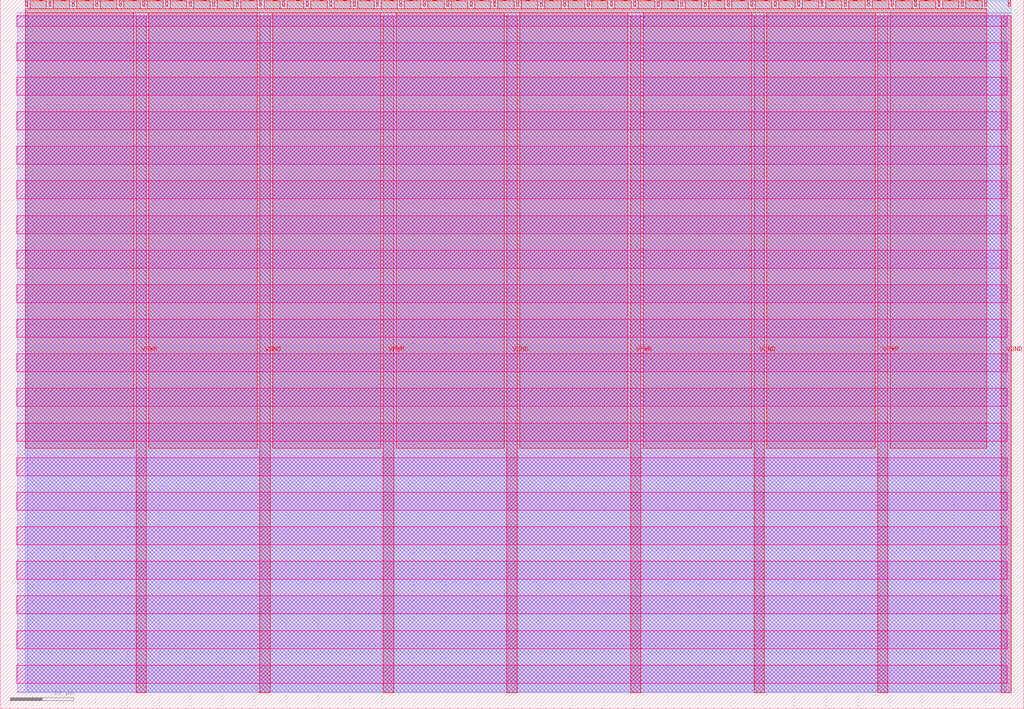
<source format=lef>
VERSION 5.7 ;
  NOWIREEXTENSIONATPIN ON ;
  DIVIDERCHAR "/" ;
  BUSBITCHARS "[]" ;
MACRO tt_um_entwurf_integrierter_schaltungen_hadner
  CLASS BLOCK ;
  FOREIGN tt_um_entwurf_integrierter_schaltungen_hadner ;
  ORIGIN 0.000 0.000 ;
  SIZE 161.000 BY 111.520 ;
  PIN VGND
    DIRECTION INOUT ;
    USE GROUND ;
    PORT
      LAYER met4 ;
        RECT 40.830 2.480 42.430 109.040 ;
    END
    PORT
      LAYER met4 ;
        RECT 79.700 2.480 81.300 109.040 ;
    END
    PORT
      LAYER met4 ;
        RECT 118.570 2.480 120.170 109.040 ;
    END
    PORT
      LAYER met4 ;
        RECT 157.440 2.480 159.040 109.040 ;
    END
  END VGND
  PIN VPWR
    DIRECTION INOUT ;
    USE POWER ;
    PORT
      LAYER met4 ;
        RECT 21.395 2.480 22.995 109.040 ;
    END
    PORT
      LAYER met4 ;
        RECT 60.265 2.480 61.865 109.040 ;
    END
    PORT
      LAYER met4 ;
        RECT 99.135 2.480 100.735 109.040 ;
    END
    PORT
      LAYER met4 ;
        RECT 138.005 2.480 139.605 109.040 ;
    END
  END VPWR
  PIN clk
    DIRECTION INPUT ;
    USE SIGNAL ;
    ANTENNAGATEAREA 0.852000 ;
    PORT
      LAYER met4 ;
        RECT 154.870 110.520 155.170 111.520 ;
    END
  END clk
  PIN ena
    DIRECTION INPUT ;
    USE SIGNAL ;
    PORT
      LAYER met4 ;
        RECT 158.550 110.520 158.850 111.520 ;
    END
  END ena
  PIN rst_n
    DIRECTION INPUT ;
    USE SIGNAL ;
    ANTENNAGATEAREA 0.213000 ;
    PORT
      LAYER met4 ;
        RECT 151.190 110.520 151.490 111.520 ;
    END
  END rst_n
  PIN ui_in[0]
    DIRECTION INPUT ;
    USE SIGNAL ;
    ANTENNAGATEAREA 0.159000 ;
    PORT
      LAYER met4 ;
        RECT 147.510 110.520 147.810 111.520 ;
    END
  END ui_in[0]
  PIN ui_in[1]
    DIRECTION INPUT ;
    USE SIGNAL ;
    ANTENNAGATEAREA 0.213000 ;
    PORT
      LAYER met4 ;
        RECT 143.830 110.520 144.130 111.520 ;
    END
  END ui_in[1]
  PIN ui_in[2]
    DIRECTION INPUT ;
    USE SIGNAL ;
    ANTENNAGATEAREA 0.196500 ;
    PORT
      LAYER met4 ;
        RECT 140.150 110.520 140.450 111.520 ;
    END
  END ui_in[2]
  PIN ui_in[3]
    DIRECTION INPUT ;
    USE SIGNAL ;
    ANTENNAGATEAREA 0.159000 ;
    PORT
      LAYER met4 ;
        RECT 136.470 110.520 136.770 111.520 ;
    END
  END ui_in[3]
  PIN ui_in[4]
    DIRECTION INPUT ;
    USE SIGNAL ;
    ANTENNAGATEAREA 0.126000 ;
    PORT
      LAYER met4 ;
        RECT 132.790 110.520 133.090 111.520 ;
    END
  END ui_in[4]
  PIN ui_in[5]
    DIRECTION INPUT ;
    USE SIGNAL ;
    ANTENNAGATEAREA 0.159000 ;
    PORT
      LAYER met4 ;
        RECT 129.110 110.520 129.410 111.520 ;
    END
  END ui_in[5]
  PIN ui_in[6]
    DIRECTION INPUT ;
    USE SIGNAL ;
    ANTENNAGATEAREA 0.213000 ;
    PORT
      LAYER met4 ;
        RECT 125.430 110.520 125.730 111.520 ;
    END
  END ui_in[6]
  PIN ui_in[7]
    DIRECTION INPUT ;
    USE SIGNAL ;
    ANTENNAGATEAREA 0.159000 ;
    PORT
      LAYER met4 ;
        RECT 121.750 110.520 122.050 111.520 ;
    END
  END ui_in[7]
  PIN uio_in[0]
    DIRECTION INPUT ;
    USE SIGNAL ;
    PORT
      LAYER met4 ;
        RECT 118.070 110.520 118.370 111.520 ;
    END
  END uio_in[0]
  PIN uio_in[1]
    DIRECTION INPUT ;
    USE SIGNAL ;
    PORT
      LAYER met4 ;
        RECT 114.390 110.520 114.690 111.520 ;
    END
  END uio_in[1]
  PIN uio_in[2]
    DIRECTION INPUT ;
    USE SIGNAL ;
    PORT
      LAYER met4 ;
        RECT 110.710 110.520 111.010 111.520 ;
    END
  END uio_in[2]
  PIN uio_in[3]
    DIRECTION INPUT ;
    USE SIGNAL ;
    PORT
      LAYER met4 ;
        RECT 107.030 110.520 107.330 111.520 ;
    END
  END uio_in[3]
  PIN uio_in[4]
    DIRECTION INPUT ;
    USE SIGNAL ;
    PORT
      LAYER met4 ;
        RECT 103.350 110.520 103.650 111.520 ;
    END
  END uio_in[4]
  PIN uio_in[5]
    DIRECTION INPUT ;
    USE SIGNAL ;
    PORT
      LAYER met4 ;
        RECT 99.670 110.520 99.970 111.520 ;
    END
  END uio_in[5]
  PIN uio_in[6]
    DIRECTION INPUT ;
    USE SIGNAL ;
    PORT
      LAYER met4 ;
        RECT 95.990 110.520 96.290 111.520 ;
    END
  END uio_in[6]
  PIN uio_in[7]
    DIRECTION INPUT ;
    USE SIGNAL ;
    PORT
      LAYER met4 ;
        RECT 92.310 110.520 92.610 111.520 ;
    END
  END uio_in[7]
  PIN uio_oe[0]
    DIRECTION OUTPUT TRISTATE ;
    USE SIGNAL ;
    PORT
      LAYER met4 ;
        RECT 29.750 110.520 30.050 111.520 ;
    END
  END uio_oe[0]
  PIN uio_oe[1]
    DIRECTION OUTPUT TRISTATE ;
    USE SIGNAL ;
    PORT
      LAYER met4 ;
        RECT 26.070 110.520 26.370 111.520 ;
    END
  END uio_oe[1]
  PIN uio_oe[2]
    DIRECTION OUTPUT TRISTATE ;
    USE SIGNAL ;
    PORT
      LAYER met4 ;
        RECT 22.390 110.520 22.690 111.520 ;
    END
  END uio_oe[2]
  PIN uio_oe[3]
    DIRECTION OUTPUT TRISTATE ;
    USE SIGNAL ;
    PORT
      LAYER met4 ;
        RECT 18.710 110.520 19.010 111.520 ;
    END
  END uio_oe[3]
  PIN uio_oe[4]
    DIRECTION OUTPUT TRISTATE ;
    USE SIGNAL ;
    PORT
      LAYER met4 ;
        RECT 15.030 110.520 15.330 111.520 ;
    END
  END uio_oe[4]
  PIN uio_oe[5]
    DIRECTION OUTPUT TRISTATE ;
    USE SIGNAL ;
    PORT
      LAYER met4 ;
        RECT 11.350 110.520 11.650 111.520 ;
    END
  END uio_oe[5]
  PIN uio_oe[6]
    DIRECTION OUTPUT TRISTATE ;
    USE SIGNAL ;
    PORT
      LAYER met4 ;
        RECT 7.670 110.520 7.970 111.520 ;
    END
  END uio_oe[6]
  PIN uio_oe[7]
    DIRECTION OUTPUT TRISTATE ;
    USE SIGNAL ;
    PORT
      LAYER met4 ;
        RECT 3.990 110.520 4.290 111.520 ;
    END
  END uio_oe[7]
  PIN uio_out[0]
    DIRECTION OUTPUT TRISTATE ;
    USE SIGNAL ;
    ANTENNADIFFAREA 0.445500 ;
    PORT
      LAYER met4 ;
        RECT 59.190 110.520 59.490 111.520 ;
    END
  END uio_out[0]
  PIN uio_out[1]
    DIRECTION OUTPUT TRISTATE ;
    USE SIGNAL ;
    ANTENNADIFFAREA 0.445500 ;
    PORT
      LAYER met4 ;
        RECT 55.510 110.520 55.810 111.520 ;
    END
  END uio_out[1]
  PIN uio_out[2]
    DIRECTION OUTPUT TRISTATE ;
    USE SIGNAL ;
    ANTENNADIFFAREA 0.795200 ;
    PORT
      LAYER met4 ;
        RECT 51.830 110.520 52.130 111.520 ;
    END
  END uio_out[2]
  PIN uio_out[3]
    DIRECTION OUTPUT TRISTATE ;
    USE SIGNAL ;
    ANTENNADIFFAREA 0.445500 ;
    PORT
      LAYER met4 ;
        RECT 48.150 110.520 48.450 111.520 ;
    END
  END uio_out[3]
  PIN uio_out[4]
    DIRECTION OUTPUT TRISTATE ;
    USE SIGNAL ;
    ANTENNADIFFAREA 0.445500 ;
    PORT
      LAYER met4 ;
        RECT 44.470 110.520 44.770 111.520 ;
    END
  END uio_out[4]
  PIN uio_out[5]
    DIRECTION OUTPUT TRISTATE ;
    USE SIGNAL ;
    ANTENNADIFFAREA 0.795200 ;
    PORT
      LAYER met4 ;
        RECT 40.790 110.520 41.090 111.520 ;
    END
  END uio_out[5]
  PIN uio_out[6]
    DIRECTION OUTPUT TRISTATE ;
    USE SIGNAL ;
    ANTENNADIFFAREA 0.445500 ;
    PORT
      LAYER met4 ;
        RECT 37.110 110.520 37.410 111.520 ;
    END
  END uio_out[6]
  PIN uio_out[7]
    DIRECTION OUTPUT TRISTATE ;
    USE SIGNAL ;
    ANTENNADIFFAREA 0.795200 ;
    PORT
      LAYER met4 ;
        RECT 33.430 110.520 33.730 111.520 ;
    END
  END uio_out[7]
  PIN uo_out[0]
    DIRECTION OUTPUT TRISTATE ;
    USE SIGNAL ;
    ANTENNADIFFAREA 0.445500 ;
    PORT
      LAYER met4 ;
        RECT 88.630 110.520 88.930 111.520 ;
    END
  END uo_out[0]
  PIN uo_out[1]
    DIRECTION OUTPUT TRISTATE ;
    USE SIGNAL ;
    ANTENNADIFFAREA 0.445500 ;
    PORT
      LAYER met4 ;
        RECT 84.950 110.520 85.250 111.520 ;
    END
  END uo_out[1]
  PIN uo_out[2]
    DIRECTION OUTPUT TRISTATE ;
    USE SIGNAL ;
    ANTENNADIFFAREA 0.445500 ;
    PORT
      LAYER met4 ;
        RECT 81.270 110.520 81.570 111.520 ;
    END
  END uo_out[2]
  PIN uo_out[3]
    DIRECTION OUTPUT TRISTATE ;
    USE SIGNAL ;
    ANTENNADIFFAREA 0.445500 ;
    PORT
      LAYER met4 ;
        RECT 77.590 110.520 77.890 111.520 ;
    END
  END uo_out[3]
  PIN uo_out[4]
    DIRECTION OUTPUT TRISTATE ;
    USE SIGNAL ;
    ANTENNADIFFAREA 0.445500 ;
    PORT
      LAYER met4 ;
        RECT 73.910 110.520 74.210 111.520 ;
    END
  END uo_out[4]
  PIN uo_out[5]
    DIRECTION OUTPUT TRISTATE ;
    USE SIGNAL ;
    ANTENNADIFFAREA 0.445500 ;
    PORT
      LAYER met4 ;
        RECT 70.230 110.520 70.530 111.520 ;
    END
  END uo_out[5]
  PIN uo_out[6]
    DIRECTION OUTPUT TRISTATE ;
    USE SIGNAL ;
    ANTENNADIFFAREA 0.445500 ;
    PORT
      LAYER met4 ;
        RECT 66.550 110.520 66.850 111.520 ;
    END
  END uo_out[6]
  PIN uo_out[7]
    DIRECTION OUTPUT TRISTATE ;
    USE SIGNAL ;
    ANTENNADIFFAREA 0.795200 ;
    PORT
      LAYER met4 ;
        RECT 62.870 110.520 63.170 111.520 ;
    END
  END uo_out[7]
  OBS
      LAYER nwell ;
        RECT 2.570 107.385 158.430 108.990 ;
        RECT 2.570 101.945 158.430 104.775 ;
        RECT 2.570 96.505 158.430 99.335 ;
        RECT 2.570 91.065 158.430 93.895 ;
        RECT 2.570 85.625 158.430 88.455 ;
        RECT 2.570 80.185 158.430 83.015 ;
        RECT 2.570 74.745 158.430 77.575 ;
        RECT 2.570 69.305 158.430 72.135 ;
        RECT 2.570 63.865 158.430 66.695 ;
        RECT 2.570 58.425 158.430 61.255 ;
        RECT 2.570 52.985 158.430 55.815 ;
        RECT 2.570 47.545 158.430 50.375 ;
        RECT 2.570 42.105 158.430 44.935 ;
        RECT 2.570 36.665 158.430 39.495 ;
        RECT 2.570 31.225 158.430 34.055 ;
        RECT 2.570 25.785 158.430 28.615 ;
        RECT 2.570 20.345 158.430 23.175 ;
        RECT 2.570 14.905 158.430 17.735 ;
        RECT 2.570 9.465 158.430 12.295 ;
        RECT 2.570 4.025 158.430 6.855 ;
      LAYER li1 ;
        RECT 2.760 2.635 158.240 108.885 ;
      LAYER met1 ;
        RECT 2.760 2.480 159.040 109.440 ;
      LAYER met2 ;
        RECT 4.230 2.535 159.010 111.365 ;
      LAYER met3 ;
        RECT 3.950 2.555 159.030 111.345 ;
      LAYER met4 ;
        RECT 4.690 110.120 7.270 111.345 ;
        RECT 8.370 110.120 10.950 111.345 ;
        RECT 12.050 110.120 14.630 111.345 ;
        RECT 15.730 110.120 18.310 111.345 ;
        RECT 19.410 110.120 21.990 111.345 ;
        RECT 23.090 110.120 25.670 111.345 ;
        RECT 26.770 110.120 29.350 111.345 ;
        RECT 30.450 110.120 33.030 111.345 ;
        RECT 34.130 110.120 36.710 111.345 ;
        RECT 37.810 110.120 40.390 111.345 ;
        RECT 41.490 110.120 44.070 111.345 ;
        RECT 45.170 110.120 47.750 111.345 ;
        RECT 48.850 110.120 51.430 111.345 ;
        RECT 52.530 110.120 55.110 111.345 ;
        RECT 56.210 110.120 58.790 111.345 ;
        RECT 59.890 110.120 62.470 111.345 ;
        RECT 63.570 110.120 66.150 111.345 ;
        RECT 67.250 110.120 69.830 111.345 ;
        RECT 70.930 110.120 73.510 111.345 ;
        RECT 74.610 110.120 77.190 111.345 ;
        RECT 78.290 110.120 80.870 111.345 ;
        RECT 81.970 110.120 84.550 111.345 ;
        RECT 85.650 110.120 88.230 111.345 ;
        RECT 89.330 110.120 91.910 111.345 ;
        RECT 93.010 110.120 95.590 111.345 ;
        RECT 96.690 110.120 99.270 111.345 ;
        RECT 100.370 110.120 102.950 111.345 ;
        RECT 104.050 110.120 106.630 111.345 ;
        RECT 107.730 110.120 110.310 111.345 ;
        RECT 111.410 110.120 113.990 111.345 ;
        RECT 115.090 110.120 117.670 111.345 ;
        RECT 118.770 110.120 121.350 111.345 ;
        RECT 122.450 110.120 125.030 111.345 ;
        RECT 126.130 110.120 128.710 111.345 ;
        RECT 129.810 110.120 132.390 111.345 ;
        RECT 133.490 110.120 136.070 111.345 ;
        RECT 137.170 110.120 139.750 111.345 ;
        RECT 140.850 110.120 143.430 111.345 ;
        RECT 144.530 110.120 147.110 111.345 ;
        RECT 148.210 110.120 150.790 111.345 ;
        RECT 151.890 110.120 154.470 111.345 ;
        RECT 3.975 109.440 155.185 110.120 ;
        RECT 3.975 40.975 20.995 109.440 ;
        RECT 23.395 40.975 40.430 109.440 ;
        RECT 42.830 40.975 59.865 109.440 ;
        RECT 62.265 40.975 79.300 109.440 ;
        RECT 81.700 40.975 98.735 109.440 ;
        RECT 101.135 40.975 118.170 109.440 ;
        RECT 120.570 40.975 137.605 109.440 ;
        RECT 140.005 40.975 155.185 109.440 ;
  END
END tt_um_entwurf_integrierter_schaltungen_hadner
END LIBRARY


</source>
